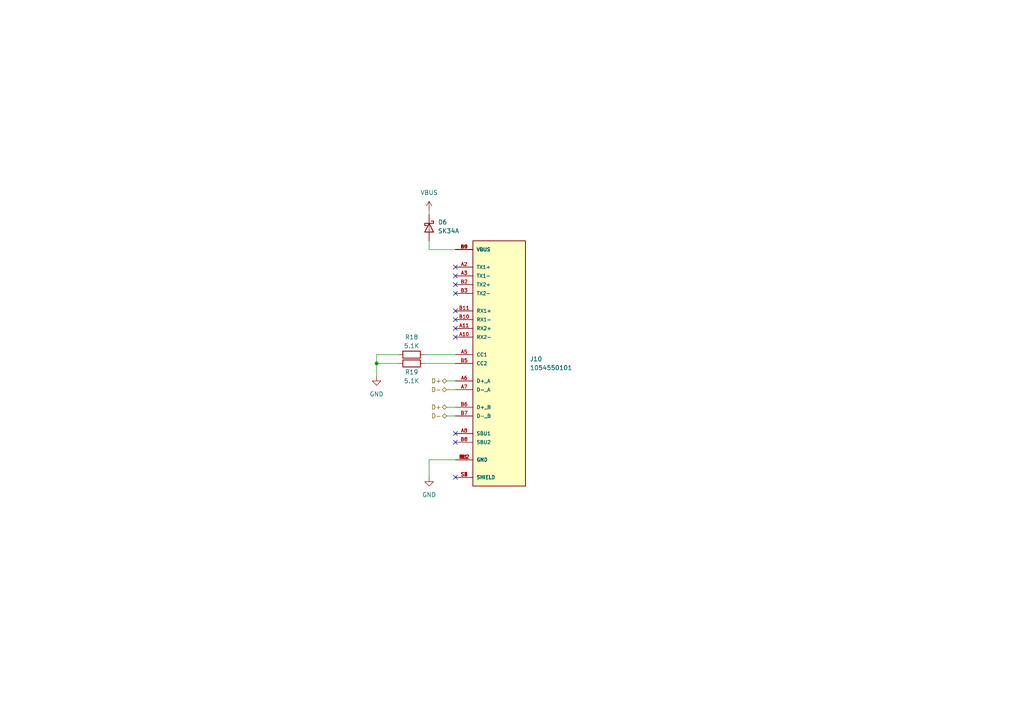
<source format=kicad_sch>
(kicad_sch (version 20211123) (generator eeschema)
  (paper "A4")
  (lib_symbols
    (symbol "1054550101:1054550101" (pin_names (offset 1.016))
      (property "Reference" "J" (at -7.6454 36.0934 0))
      (property "Value" "1054550101" (at -7.6454 -38.1508 0))
      (symbol "1054550101_0_0"
        (rectangle (start -7.62 -35.56) (end 7.62 35.56) (stroke (width 0.254)) (fill (type background)))
        (pin passive line (at -12.7 -27.94 0) (length 5.08) (name "GND") (number "A1"))
        (pin passive line (at -12.7 7.62 0) (length 5.08) (name "RX2-") (number "A10"))
        (pin passive line (at -12.7 10.16 0) (length 5.08) (name "RX2+") (number "A11"))
        (pin passive line (at -12.7 -27.94 0) (length 5.08) (name "GND") (number "A12"))
        (pin passive line (at -12.7 27.94 0) (length 5.08) (name "TX1+") (number "A2"))
        (pin passive line (at -12.7 25.4 0) (length 5.08) (name "TX1-") (number "A3"))
        (pin passive line (at -12.7 33.02 0) (length 5.08) (name "VBUS") (number "A4"))
        (pin passive line (at -12.7 2.54 0) (length 5.08) (name "CC1") (number "A5"))
        (pin passive line (at -12.7 -5.08 0) (length 5.08) (name "D+_A") (number "A6"))
        (pin passive line (at -12.7 -7.62 0) (length 5.08) (name "D-_A") (number "A7"))
        (pin passive line (at -12.7 -20.32 0) (length 5.08) (name "SBU1") (number "A8"))
        (pin passive line (at -12.7 33.02 0) (length 5.08) (name "VBUS") (number "A9"))
        (pin passive line (at -12.7 -27.94 0) (length 5.08) (name "GND") (number "B1"))
        (pin passive line (at -12.7 12.7 0) (length 5.08) (name "RX1-") (number "B10"))
        (pin passive line (at -12.7 15.24 0) (length 5.08) (name "RX1+") (number "B11"))
        (pin passive line (at -12.7 -27.94 0) (length 5.08) (name "GND") (number "B12"))
        (pin passive line (at -12.7 22.86 0) (length 5.08) (name "TX2+") (number "B2"))
        (pin passive line (at -12.7 20.32 0) (length 5.08) (name "TX2-") (number "B3"))
        (pin passive line (at -12.7 33.02 0) (length 5.08) (name "VBUS") (number "B4"))
        (pin passive line (at -12.7 0 0) (length 5.08) (name "CC2") (number "B5"))
        (pin passive line (at -12.7 -12.7 0) (length 5.08) (name "D+_B") (number "B6"))
        (pin passive line (at -12.7 -15.24 0) (length 5.08) (name "D-_B") (number "B7"))
        (pin passive line (at -12.7 -22.86 0) (length 5.08) (name "SBU2") (number "B8"))
        (pin passive line (at -12.7 33.02 0) (length 5.08) (name "VBUS") (number "B9"))
        (pin passive line (at -12.7 -33.02 0) (length 5.08) (name "SHIELD") (number "S1"))
        (pin passive line (at -12.7 -33.02 0) (length 5.08) (name "SHIELD") (number "S2"))
        (pin passive line (at -12.7 -33.02 0) (length 5.08) (name "SHIELD") (number "S3"))
        (pin passive line (at -12.7 -33.02 0) (length 5.08) (name "SHIELD") (number "S4"))
      )
    )
    (symbol "Device:R" (pin_numbers hide) (pin_names (offset 0))
      (property "Reference" "R" (at 2.032 0 90))
      (property "Value" "R" (at 0 0 90))
      (symbol "R_0_1"
        (rectangle (start -1.016 -2.54) (end 1.016 2.54) (stroke (width 0.254)))
      )
      (symbol "R_1_1"
        (pin passive line (at 0 3.81 270) (length 1.27) (name "~") (number "1"))
        (pin passive line (at 0 -3.81 90) (length 1.27) (name "~") (number "2"))
      )
    )
    (symbol "Diode:B150-E3" (pin_numbers hide) (pin_names hide)
      (property "Reference" "D" (at 0 2.54 0))
      (property "Value" "B150-E3" (at 0 -2.54 0))
      (symbol "B150-E3_0_1"
        (polyline (pts (xy 1.27 0) (xy -1.27 0)))
        (polyline (pts (xy 1.27 1.27) (xy 1.27 -1.27) (xy -1.27 0) (xy 1.27 1.27)) (stroke (width 0.254)))
        (polyline (pts (xy -1.905 0.635) (xy -1.905 1.27) (xy -1.27 1.27) (xy -1.27 -1.27) (xy -0.635 -1.27) (xy -0.635 -0.635)) (stroke (width 0.254)))
      )
      (symbol "B150-E3_1_1"
        (pin passive line (at -3.81 0 0) (length 2.54) (name "K") (number "1"))
        (pin passive line (at 3.81 0 180) (length 2.54) (name "A") (number "2"))
      )
    )
    (symbol "power:GND" (power) (pin_names (offset 0))
      (property "Value" "GND" (at 0 -3.81 0))
      (symbol "GND_0_1"
        (polyline (pts (xy 0 0) (xy 0 -1.27) (xy 1.27 -1.27) (xy 0 -2.54) (xy -1.27 -1.27) (xy 0 -1.27)))
      )
      (symbol "GND_1_1"
        (pin power_in line (at 0 0 270) (length 0) hide (name "GND") (number "1"))
      )
    )
    (symbol "power:VBUS" (power) (pin_names (offset 0))
      (property "Value" "VBUS" (at 0 3.81 0))
      (symbol "VBUS_0_1"
        (polyline (pts (xy -0.762 1.27) (xy 0 2.54)))
        (polyline (pts (xy 0 0) (xy 0 2.54)))
        (polyline (pts (xy 0 2.54) (xy 0.762 1.27)))
      )
      (symbol "VBUS_1_1"
        (pin power_in line (at 0 0 90) (length 0) hide (name "VBUS") (number "1"))
      )
    )
  )
  (junction (at 109.22 105.41))
  (no_connect (at 132.08 92.71))
  (no_connect (at 132.08 77.47))
  (no_connect (at 132.08 80.01))
  (no_connect (at 132.08 95.25))
  (no_connect (at 132.08 128.27))
  (no_connect (at 132.08 97.79))
  (no_connect (at 132.08 138.43))
  (no_connect (at 132.08 125.73))
  (no_connect (at 132.08 85.09))
  (no_connect (at 132.08 82.55))
  (no_connect (at 132.08 90.17))
  (wire (pts (xy 124.46 138.43) (xy 124.46 133.35)))
  (wire (pts (xy 129.54 113.03) (xy 132.08 113.03)))
  (wire (pts (xy 109.22 105.41) (xy 109.22 109.22)))
  (wire (pts (xy 109.22 105.41) (xy 109.22 102.87)))
  (wire (pts (xy 129.54 110.49) (xy 132.08 110.49)))
  (wire (pts (xy 129.54 120.65) (xy 132.08 120.65)))
  (wire (pts (xy 129.54 118.11) (xy 132.08 118.11)))
  (wire (pts (xy 124.46 60.96) (xy 124.46 62.23)))
  (wire (pts (xy 123.19 102.87) (xy 132.08 102.87)))
  (wire (pts (xy 124.46 133.35) (xy 132.08 133.35)))
  (wire (pts (xy 124.46 69.85) (xy 124.46 72.39)))
  (wire (pts (xy 115.57 105.41) (xy 109.22 105.41)))
  (wire (pts (xy 109.22 102.87) (xy 115.57 102.87)))
  (wire (pts (xy 123.19 105.41) (xy 132.08 105.41)))
  (wire (pts (xy 124.46 72.39) (xy 132.08 72.39)))
  (hierarchical_label "D-" (shape bidirectional) (at 129.54 113.03 180))
  (hierarchical_label "D+" (shape bidirectional) (at 129.54 118.11 180))
  (hierarchical_label "D-" (shape bidirectional) (at 129.54 120.65 180))
  (hierarchical_label "D+" (shape bidirectional) (at 129.54 110.49 180))
  (symbol (lib_id "power:VBUS") (at 124.46 60.96 0) (unit 1)
    (property "Reference" "#PWR0137" (effects hide))
    (property "Value" "VBUS" (at 124.46 55.88 0))
  )
  (symbol (lib_id "Diode:B150-E3") (at 124.46 66.04 270) (unit 1)
    (property "Reference" "D6" (at 127 64.4524 90) (effects (justify left)))
    (property "Value" "SK34A" (at 127 66.9924 90) (effects (justify left)))
    (property "Footprint" "Diode_SMD:D_SMA" (effects hide))
    (property "Datasheet" "http://www.vishay.com/docs/88946/b120.pdf" (effects hide))
  )
  (symbol (lib_id "Device:R") (at 119.38 102.87 270) (mirror x) (unit 1)
    (property "Reference" "R18" (at 119.38 97.79 90))
    (property "Value" "5.1K" (at 119.38 100.33 90))
    (property "Footprint" "Resistor_SMD:R_0603_1608Metric" (effects hide))
  )
  (symbol (lib_id "1054550101:1054550101") (at 144.78 105.41 0) (unit 1)
    (property "Reference" "J10" (at 153.67 104.1399 0) (effects (justify left)))
    (property "Value" "1054550101" (at 153.67 106.6799 0) (effects (justify left)))
    (property "Footprint" "Connector_Molex:MOLEX_1054550101" (effects hide))
    (property "MAXIMUM_PACKAGE_HEIGHT" "3.22mm" (effects hide))
    (property "MANUFACTURER" "MOLEX" (effects hide))
    (property "PARTREV" "A2" (effects hide))
    (property "STANDARD" "Manufacturer Recommendations" (effects hide))
  )
  (symbol (lib_id "power:GND") (at 109.22 109.22 0) (mirror y) (unit 1)
    (property "Reference" "#PWR01" (effects hide))
    (property "Value" "GND" (at 109.22 114.3 0))
  )
  (symbol (lib_id "power:GND") (at 124.46 138.43 0) (unit 1)
    (property "Reference" "#PWR02" (effects hide))
    (property "Value" "GND" (at 124.46 143.51 0))
  )
  (symbol (lib_id "Device:R") (at 119.38 105.41 270) (mirror x) (unit 1)
    (property "Reference" "R19" (at 119.38 107.95 90))
    (property "Value" "5.1K" (at 119.38 110.49 90))
    (property "Footprint" "Resistor_SMD:R_0603_1608Metric" (effects hide))
  )
)
</source>
